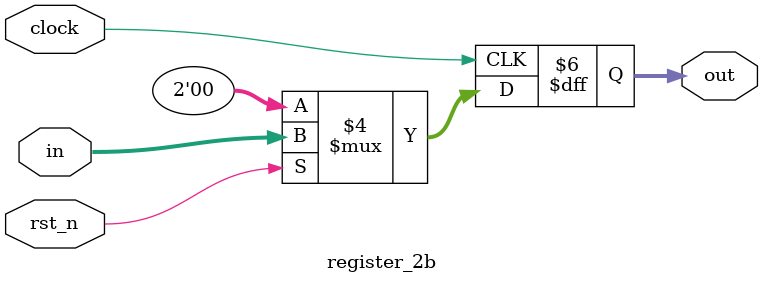
<source format=sv>
`timescale 1ns / 1ps
module register_2b
(
    input  logic        clock,
    input  logic [1:0]  in,
    input  logic        rst_n,
    output logic [1:0]  out
);
always_ff @(posedge clock)
    begin
        if(rst_n==0)    out<=0;
        else            out<=in;
    end
endmodule

</source>
